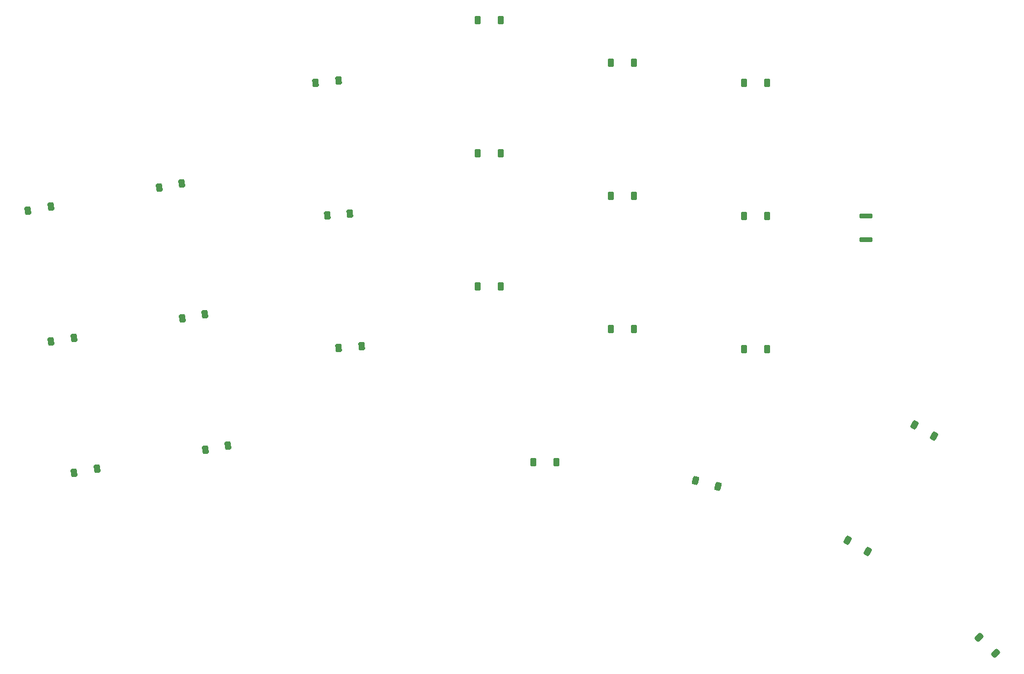
<source format=gbr>
%TF.GenerationSoftware,KiCad,Pcbnew,8.0.6*%
%TF.CreationDate,2025-05-26T15:16:57+09:00*%
%TF.ProjectId,hillside_speedrun,68696c6c-7369-4646-955f-737065656472,rev?*%
%TF.SameCoordinates,Original*%
%TF.FileFunction,Paste,Top*%
%TF.FilePolarity,Positive*%
%FSLAX46Y46*%
G04 Gerber Fmt 4.6, Leading zero omitted, Abs format (unit mm)*
G04 Created by KiCad (PCBNEW 8.0.6) date 2025-05-26 15:16:57*
%MOMM*%
%LPD*%
G01*
G04 APERTURE LIST*
G04 Aperture macros list*
%AMRoundRect*
0 Rectangle with rounded corners*
0 $1 Rounding radius*
0 $2 $3 $4 $5 $6 $7 $8 $9 X,Y pos of 4 corners*
0 Add a 4 corners polygon primitive as box body*
4,1,4,$2,$3,$4,$5,$6,$7,$8,$9,$2,$3,0*
0 Add four circle primitives for the rounded corners*
1,1,$1+$1,$2,$3*
1,1,$1+$1,$4,$5*
1,1,$1+$1,$6,$7*
1,1,$1+$1,$8,$9*
0 Add four rect primitives between the rounded corners*
20,1,$1+$1,$2,$3,$4,$5,0*
20,1,$1+$1,$4,$5,$6,$7,0*
20,1,$1+$1,$6,$7,$8,$9,0*
20,1,$1+$1,$8,$9,$2,$3,0*%
G04 Aperture macros list end*
%ADD10RoundRect,0.225000X-0.191460X-0.393183X0.256827X-0.353963X0.191460X0.393183X-0.256827X0.353963X0*%
%ADD11RoundRect,0.225000X-0.156464X-0.408374X0.286700X-0.330232X0.156464X0.408374X-0.286700X0.330232X0*%
%ADD12RoundRect,0.225000X-0.424264X-0.106066X-0.106066X-0.424264X0.424264X0.106066X0.106066X0.424264X0*%
%ADD13RoundRect,0.225000X-0.382356X-0.212260X0.007356X-0.437260X0.382356X0.212260X-0.007356X0.437260X0*%
%ADD14RoundRect,0.225000X-0.314390X-0.303988X0.120276X-0.420456X0.314390X0.303988X-0.120276X0.420456X0*%
%ADD15RoundRect,0.225000X-0.225000X-0.375000X0.225000X-0.375000X0.225000X0.375000X-0.225000X0.375000X0*%
%ADD16RoundRect,0.170000X-0.780000X0.170000X-0.780000X-0.170000X0.780000X-0.170000X0.780000X0.170000X0*%
G04 APERTURE END LIST*
D10*
%TO.C,SW21*%
X70429574Y-39116224D03*
X73717016Y-38828610D03*
%TD*%
D11*
%TO.C,SW16*%
X48070234Y-54091392D03*
X51320100Y-53518353D03*
%TD*%
%TO.C,SW15*%
X29309647Y-57399390D03*
X32559513Y-56826351D03*
%TD*%
D10*
%TO.C,SW23*%
X73750208Y-77071242D03*
X77037650Y-76783628D03*
%TD*%
%TO.C,SW22*%
X72089891Y-58093733D03*
X75377333Y-57806119D03*
%TD*%
D11*
%TO.C,SW20*%
X54686230Y-91612567D03*
X57936096Y-91039528D03*
%TD*%
%TO.C,SW19*%
X35925642Y-94920565D03*
X39175508Y-94347526D03*
%TD*%
%TO.C,SW18*%
X51378232Y-72851980D03*
X54628098Y-72278941D03*
%TD*%
%TO.C,SW17*%
X32617644Y-76159978D03*
X35867510Y-75586939D03*
%TD*%
D12*
%TO.C,SW14*%
X165359017Y-118438531D03*
X167692469Y-120771983D03*
%TD*%
D13*
%TO.C,SW13*%
X146564058Y-104559583D03*
X149421942Y-106209583D03*
%TD*%
%TO.C,SW12*%
X156089058Y-88061799D03*
X158946942Y-89711799D03*
%TD*%
D14*
%TO.C,SW11*%
X124817386Y-96018042D03*
X128004941Y-96872145D03*
%TD*%
D15*
%TO.C,SW10*%
X101601000Y-93396000D03*
X104901000Y-93396000D03*
%TD*%
%TO.C,SW9*%
X131700000Y-77203500D03*
X135000000Y-77203500D03*
%TD*%
%TO.C,SW8*%
X112650000Y-74346000D03*
X115950000Y-74346000D03*
%TD*%
%TO.C,SW7*%
X93600000Y-68250000D03*
X96900000Y-68250000D03*
%TD*%
%TO.C,SW6*%
X131700000Y-58153500D03*
X135000000Y-58153500D03*
%TD*%
%TO.C,SW5*%
X112650000Y-55296000D03*
X115950000Y-55296000D03*
%TD*%
%TO.C,SW4*%
X93600000Y-49200000D03*
X96900000Y-49200000D03*
%TD*%
%TO.C,SW3*%
X131700000Y-39103500D03*
X135000000Y-39103500D03*
%TD*%
%TO.C,SW2*%
X112650000Y-36246000D03*
X115950000Y-36246000D03*
%TD*%
%TO.C,SW1*%
X93600000Y-30150000D03*
X96900000Y-30150000D03*
%TD*%
D16*
%TO.C,MSW1*%
X149168000Y-58205350D03*
X149168000Y-61605350D03*
%TD*%
M02*

</source>
